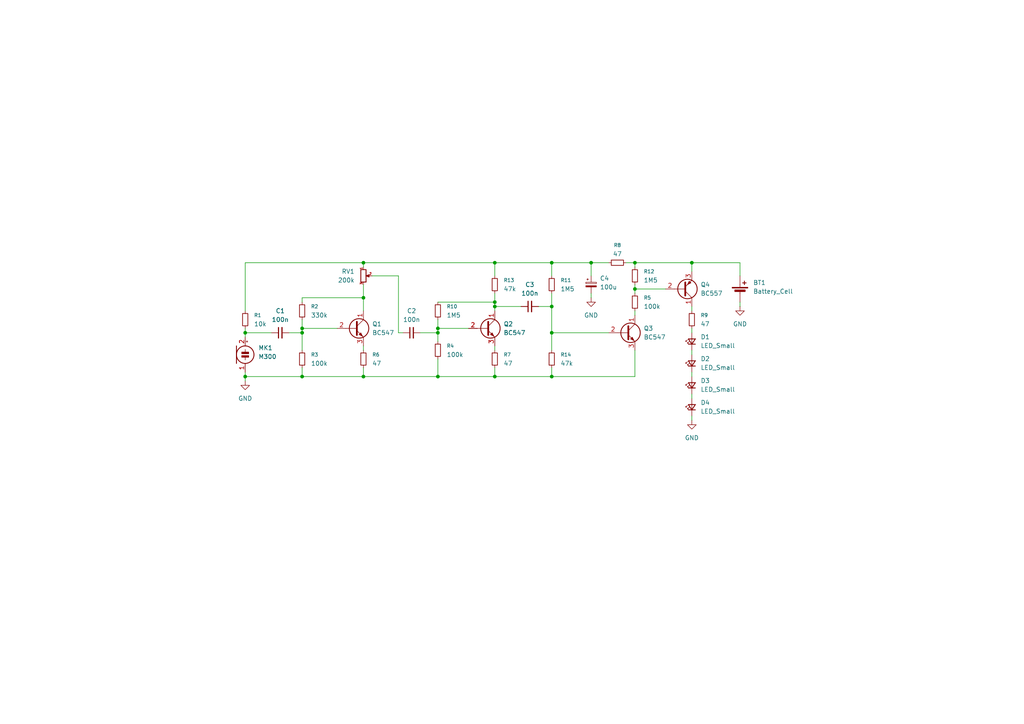
<source format=kicad_sch>
(kicad_sch (version 20250114) (generator "eeschema") (generator_version "9.0")
  (paper "A4")
  (lib_symbols
    (symbol "Device:Battery_Cell" (pin_numbers (hide yes)) (pin_names (offset 0) (hide yes))
      (property "Reference" "BT" (at 2.54 2.54 0))
      (property "Value" "Battery_Cell" (at 2.54 0 0))
      (symbol "Battery_Cell_0_1"
        (rectangle (start -2.286 1.778) (end 2.286 1.524) (fill (type outline)))
        (rectangle (start -1.524 1.016) (end 1.524 0.508) (fill (type outline)))
        (polyline (pts (xy 0 1.778) (xy 0 2.54)))
        (polyline (pts (xy 0 0.762) (xy 0 0)))
        (polyline (pts (xy 0.762 3.048) (xy 1.778 3.048)) (stroke (width 0.254)))
        (polyline (pts (xy 1.27 3.556) (xy 1.27 2.54)) (stroke (width 0.254)))
      )
      (symbol "Battery_Cell_1_1"
        (pin passive line (at 0 5.08 270) (length 2.54) (name "+") (number "1"))
        (pin passive line (at 0 -2.54 90) (length 2.54) (name "-") (number "2"))
      )
    )
    (symbol "Device:C_Polarized_Small" (pin_numbers (hide yes)) (pin_names (offset 0.254) (hide yes))
      (property "Reference" "C" (at 0.254 1.778 0))
      (property "Value" "C_Polarized_Small" (at 0.254 -2.032 0))
      (symbol "C_Polarized_Small_0_1"
        (rectangle (start -1.524 0.6858) (end 1.524 0.3048))
        (rectangle (start -1.524 -0.3048) (end 1.524 -0.6858) (fill (type outline)))
        (polyline (pts (xy -1.27 1.524) (xy -0.762 1.524)))
        (polyline (pts (xy -1.016 1.27) (xy -1.016 1.778)))
      )
      (symbol "C_Polarized_Small_1_1"
        (pin passive line (at 0 2.54 270) (length 1.8542) (name "~") (number "1"))
        (pin passive line (at 0 -2.54 90) (length 1.8542) (name "~") (number "2"))
      )
    )
    (symbol "Device:C_Small" (pin_numbers (hide yes)) (pin_names (offset 0.254) (hide yes))
      (property "Reference" "C" (at 0.254 1.778 0))
      (property "Value" "C_Small" (at 0.254 -2.032 0))
      (symbol "C_Small_0_1"
        (polyline (pts (xy -1.524 0.508) (xy 1.524 0.508)) (stroke (width 0.3048)))
        (polyline (pts (xy -1.524 -0.508) (xy 1.524 -0.508)) (stroke (width 0.3302)))
      )
      (symbol "C_Small_1_1"
        (pin passive line (at 0 2.54 270) (length 2.032) (name "~") (number "1"))
        (pin passive line (at 0 -2.54 90) (length 2.032) (name "~") (number "2"))
      )
    )
    (symbol "Device:LED_Small" (pin_numbers (hide yes)) (pin_names (offset 0.254) (hide yes))
      (property "Reference" "D" (at -1.27 3.175 0))
      (property "Value" "LED_Small" (at -4.445 -2.54 0))
      (symbol "LED_Small_0_1"
        (polyline (pts (xy -0.762 -1.016) (xy -0.762 1.016)) (stroke (width 0.254)))
        (polyline (pts (xy 0 0.762) (xy -0.508 1.27) (xy -0.254 1.27) (xy -0.508 1.27) (xy -0.508 1.016)))
        (polyline (pts (xy 0.508 1.27) (xy 0 1.778) (xy 0.254 1.778) (xy 0 1.778) (xy 0 1.524)))
        (polyline (pts (xy 0.762 -1.016) (xy -0.762 0) (xy 0.762 1.016) (xy 0.762 -1.016)) (stroke (width 0.254)))
        (polyline (pts (xy 1.016 0) (xy -0.762 0)))
      )
      (symbol "LED_Small_1_1"
        (pin passive line (at -2.54 0 0) (length 1.778) (name "K") (number "1"))
        (pin passive line (at 2.54 0 180) (length 1.778) (name "A") (number "2"))
      )
    )
    (symbol "Device:Microphone_Condenser" (pin_names (offset 0.0254) (hide yes))
      (property "Reference" "MK" (at -3.302 1.27 0))
      (property "Value" "Microphone_Condenser" (at -3.302 -0.635 0))
      (symbol "Microphone_Condenser_0_1"
        (polyline (pts (xy -2.54 2.54) (xy -2.54 -2.54)) (stroke (width 0.254)))
        (polyline (pts (xy 0 0.762) (xy 0 1.524)))
        (circle (center 0 0) (radius 2.54) (stroke (width 0.254)))
        (polyline (pts (xy 0 -0.762) (xy 0 -1.524)))
        (polyline (pts (xy 0.254 3.81) (xy 0.762 3.81)))
        (polyline (pts (xy 0.508 4.064) (xy 0.508 3.556)))
        (rectangle (start 1.016 0.762) (end -1.016 0.254) (fill (type outline)))
        (rectangle (start 1.016 -0.254) (end -1.016 -0.762) (fill (type outline)))
      )
      (symbol "Microphone_Condenser_1_1"
        (pin passive line (at 0 5.08 270) (length 2.54) (name "+") (number "2"))
        (pin passive line (at 0 -5.08 90) (length 2.54) (name "-") (number "1"))
      )
    )
    (symbol "Device:R_Potentiometer_Small" (pin_names (offset 1.016) (hide yes))
      (property "Reference" "RV" (at -4.445 0 90))
      (property "Value" "R_Potentiometer_Small" (at -2.54 0 90))
      (symbol "R_Potentiometer_Small_0_1"
        (rectangle (start 0.762 1.8034) (end -0.762 -1.8034) (stroke (width 0.254)))
        (polyline (pts (xy 0.889 0) (xy 0.635 0) (xy 1.651 0.381) (xy 1.651 -0.381) (xy 0.635 0) (xy 0.889 0)) (fill (type outline)))
      )
      (symbol "R_Potentiometer_Small_1_1"
        (pin passive line (at 0 2.54 270) (length 0.635) (name "1") (number "1"))
        (pin passive line (at 0 -2.54 90) (length 0.635) (name "3") (number "3"))
        (pin passive line (at 2.54 0 180) (length 0.9906) (name "2") (number "2"))
      )
    )
    (symbol "Device:R_Small" (pin_numbers (hide yes)) (pin_names (offset 0.254) (hide yes))
      (property "Reference" "R" (at 0 0 90))
      (property "Value" "R_Small" (at 1.778 0 90))
      (symbol "R_Small_0_1"
        (rectangle (start -0.762 1.778) (end 0.762 -1.778) (stroke (width 0.2032)))
      )
      (symbol "R_Small_1_1"
        (pin passive line (at 0 2.54 270) (length 0.762) (name "~") (number "1"))
        (pin passive line (at 0 -2.54 90) (length 0.762) (name "~") (number "2"))
      )
    )
    (symbol "Transistor_BJT:BC547" (pin_names (offset 0) (hide yes))
      (property "Reference" "Q" (at 5.08 1.905 0))
      (property "Value" "BC547" (at 5.08 0 0))
      (symbol "BC547_0_1"
        (polyline (pts (xy -2.54 0) (xy 0.635 0)))
        (polyline (pts (xy 0.635 1.905) (xy 0.635 -1.905)) (stroke (width 0.508)))
        (circle (center 1.27 0) (radius 2.8194) (stroke (width 0.254)))
      )
      (symbol "BC547_1_1"
        (polyline (pts (xy 0.635 0.635) (xy 2.54 2.54)))
        (polyline (pts (xy 0.635 -0.635) (xy 2.54 -2.54)))
        (polyline (pts (xy 1.27 -1.778) (xy 1.778 -1.27) (xy 2.286 -2.286) (xy 1.27 -1.778)) (fill (type outline)))
        (pin input line (at -5.08 0 0) (length 2.54) (name "B") (number "2"))
        (pin passive line (at 2.54 5.08 270) (length 2.54) (name "C") (number "1"))
        (pin passive line (at 2.54 -5.08 90) (length 2.54) (name "E") (number "3"))
      )
    )
    (symbol "Transistor_BJT:BC557" (pin_names (offset 0) (hide yes))
      (property "Reference" "Q" (at 5.08 1.905 0))
      (property "Value" "BC557" (at 5.08 0 0))
      (symbol "BC557_0_1"
        (polyline (pts (xy -2.54 0) (xy 0.635 0)))
        (polyline (pts (xy 0.635 1.905) (xy 0.635 -1.905)) (stroke (width 0.508)))
        (polyline (pts (xy 0.635 0.635) (xy 2.54 2.54)))
        (polyline (pts (xy 0.635 -0.635) (xy 2.54 -2.54)))
        (circle (center 1.27 0) (radius 2.8194) (stroke (width 0.254)))
        (polyline (pts (xy 2.286 -1.778) (xy 1.778 -2.286) (xy 1.27 -1.27) (xy 2.286 -1.778)) (fill (type outline)))
      )
      (symbol "BC557_1_1"
        (pin input line (at -5.08 0 0) (length 2.54) (name "B") (number "2"))
        (pin passive line (at 2.54 5.08 270) (length 2.54) (name "C") (number "1"))
        (pin passive line (at 2.54 -5.08 90) (length 2.54) (name "E") (number "3"))
      )
    )
    (symbol "power:GND" (power) (pin_numbers (hide yes)) (pin_names (offset 0) (hide yes))
      (property "Value" "GND" (at 0 -3.81 0))
      (symbol "GND_0_1"
        (polyline (pts (xy 0 0) (xy 0 -1.27) (xy 1.27 -1.27) (xy 0 -2.54) (xy -1.27 -1.27) (xy 0 -1.27)))
      )
      (symbol "GND_1_1"
        (pin power_in line (at 0 0 270) (length 0) (name "~") (number "1"))
      )
    )
  )
  (junction (at 160.02 76.2))
  (junction (at 127 109.22))
  (junction (at 105.41 86.36))
  (junction (at 105.41 76.2))
  (junction (at 184.15 76.2))
  (junction (at 127 95.25))
  (junction (at 143.51 87.63))
  (junction (at 143.51 88.9))
  (junction (at 71.12 96.52))
  (junction (at 171.45 76.2))
  (junction (at 87.63 95.25))
  (junction (at 160.02 109.22))
  (junction (at 127 96.52))
  (junction (at 160.02 96.52))
  (junction (at 105.41 109.22))
  (junction (at 71.12 109.22))
  (junction (at 200.66 76.2))
  (junction (at 184.15 83.82))
  (junction (at 87.63 96.52))
  (junction (at 87.63 109.22))
  (junction (at 160.02 88.9))
  (junction (at 143.51 109.22))
  (junction (at 143.51 76.2))
  (wire (pts (xy 71.12 76.2) (xy 71.12 90.17)))
  (wire (pts (xy 87.63 87.63) (xy 87.63 86.36)))
  (wire (pts (xy 200.66 101.6) (xy 200.66 102.87)))
  (wire (pts (xy 184.15 90.17) (xy 184.15 91.44)))
  (wire (pts (xy 121.92 96.52) (xy 127 96.52)))
  (wire (pts (xy 105.41 106.68) (xy 105.41 109.22)))
  (wire (pts (xy 184.15 76.2) (xy 200.66 76.2)))
  (wire (pts (xy 71.12 109.22) (xy 87.63 109.22)))
  (wire (pts (xy 156.21 88.9) (xy 160.02 88.9)))
  (wire (pts (xy 143.51 106.68) (xy 143.51 109.22)))
  (wire (pts (xy 127 92.71) (xy 127 95.25)))
  (wire (pts (xy 78.74 96.52) (xy 71.12 96.52)))
  (wire (pts (xy 71.12 96.52) (xy 71.12 97.79)))
  (wire (pts (xy 214.63 87.63) (xy 214.63 88.9)))
  (wire (pts (xy 105.41 109.22) (xy 87.63 109.22)))
  (wire (pts (xy 200.66 114.3) (xy 200.66 115.57)))
  (wire (pts (xy 171.45 76.2) (xy 171.45 80.01)))
  (wire (pts (xy 160.02 96.52) (xy 160.02 101.6)))
  (wire (pts (xy 184.15 109.22) (xy 160.02 109.22)))
  (wire (pts (xy 160.02 76.2) (xy 171.45 76.2)))
  (wire (pts (xy 200.66 107.95) (xy 200.66 109.22)))
  (wire (pts (xy 107.95 80.01) (xy 115.57 80.01)))
  (wire (pts (xy 184.15 76.2) (xy 184.15 77.47)))
  (wire (pts (xy 127 95.25) (xy 127 96.52)))
  (wire (pts (xy 71.12 107.95) (xy 71.12 109.22)))
  (wire (pts (xy 143.51 85.09) (xy 143.51 87.63)))
  (wire (pts (xy 181.61 76.2) (xy 184.15 76.2)))
  (wire (pts (xy 160.02 88.9) (xy 160.02 96.52)))
  (wire (pts (xy 87.63 92.71) (xy 87.63 95.25)))
  (wire (pts (xy 143.51 87.63) (xy 143.51 88.9)))
  (wire (pts (xy 160.02 80.01) (xy 160.02 76.2)))
  (wire (pts (xy 71.12 76.2) (xy 105.41 76.2)))
  (wire (pts (xy 105.41 76.2) (xy 105.41 77.47)))
  (wire (pts (xy 200.66 120.65) (xy 200.66 121.92)))
  (wire (pts (xy 115.57 80.01) (xy 115.57 96.52)))
  (wire (pts (xy 184.15 83.82) (xy 193.04 83.82)))
  (wire (pts (xy 71.12 109.22) (xy 71.12 110.49)))
  (wire (pts (xy 83.82 96.52) (xy 87.63 96.52)))
  (wire (pts (xy 184.15 82.55) (xy 184.15 83.82)))
  (wire (pts (xy 160.02 88.9) (xy 160.02 85.09)))
  (wire (pts (xy 143.51 80.01) (xy 143.51 76.2)))
  (wire (pts (xy 87.63 86.36) (xy 105.41 86.36)))
  (wire (pts (xy 184.15 101.6) (xy 184.15 109.22)))
  (wire (pts (xy 143.51 76.2) (xy 105.41 76.2)))
  (wire (pts (xy 127 87.63) (xy 143.51 87.63)))
  (wire (pts (xy 143.51 88.9) (xy 151.13 88.9)))
  (wire (pts (xy 87.63 95.25) (xy 97.79 95.25)))
  (wire (pts (xy 87.63 95.25) (xy 87.63 96.52)))
  (wire (pts (xy 160.02 76.2) (xy 143.51 76.2)))
  (wire (pts (xy 87.63 106.68) (xy 87.63 109.22)))
  (wire (pts (xy 200.66 78.74) (xy 200.66 76.2)))
  (wire (pts (xy 127 96.52) (xy 127 99.06)))
  (wire (pts (xy 171.45 85.09) (xy 171.45 86.36)))
  (wire (pts (xy 200.66 88.9) (xy 200.66 90.17)))
  (wire (pts (xy 143.51 100.33) (xy 143.51 101.6)))
  (wire (pts (xy 71.12 95.25) (xy 71.12 96.52)))
  (wire (pts (xy 87.63 96.52) (xy 87.63 101.6)))
  (wire (pts (xy 184.15 83.82) (xy 184.15 85.09)))
  (wire (pts (xy 105.41 109.22) (xy 127 109.22)))
  (wire (pts (xy 200.66 95.25) (xy 200.66 96.52)))
  (wire (pts (xy 143.51 109.22) (xy 127 109.22)))
  (wire (pts (xy 105.41 100.33) (xy 105.41 101.6)))
  (wire (pts (xy 160.02 96.52) (xy 176.53 96.52)))
  (wire (pts (xy 160.02 106.68) (xy 160.02 109.22)))
  (wire (pts (xy 105.41 86.36) (xy 105.41 90.17)))
  (wire (pts (xy 214.63 80.01) (xy 214.63 76.2)))
  (wire (pts (xy 214.63 76.2) (xy 200.66 76.2)))
  (wire (pts (xy 127 95.25) (xy 135.89 95.25)))
  (wire (pts (xy 171.45 76.2) (xy 176.53 76.2)))
  (wire (pts (xy 127 104.14) (xy 127 109.22)))
  (wire (pts (xy 143.51 88.9) (xy 143.51 90.17)))
  (wire (pts (xy 160.02 109.22) (xy 143.51 109.22)))
  (wire (pts (xy 115.57 96.52) (xy 116.84 96.52)))
  (wire (pts (xy 105.41 82.55) (xy 105.41 86.36)))
  (symbol (lib_id "Device:R_Small") (at 143.51 82.55 0) (unit 1)
    (property "Reference" "R13" (at 146.05 81.2799 0) (effects (font (size 1.016 1.016)) (justify left)))
    (property "Value" "47k" (at 146.05 83.8199 0) (effects (justify left)))
    (property "Footprint" "Resistor_SMD:R_0805_2012Metric_Pad1.20x1.40mm_HandSolder" (effects (hide yes)))
    (property "Description" "Resistor, small symbol" (effects (hide yes)))
  )
  (symbol (lib_id "Device:LED_Small") (at 200.66 118.11 90) (unit 1)
    (property "Reference" "D4" (at 203.2 116.7764 90) (effects (justify right)))
    (property "Value" "LED_Small" (at 203.2 119.3164 90) (effects (justify right)))
    (property "Footprint" "LED_THT:LED_D5.0mm" (effects (hide yes)))
    (property "Description" "Light emitting diode, small symbol" (effects (hide yes)))
    (property "Sim.Pin" "1=K 2=A" (effects (hide yes)))
  )
  (symbol (lib_id "power:GND") (at 200.66 121.92 0) (unit 1)
    (property "Reference" "#PWR03" (effects (hide yes)))
    (property "Value" "GND" (at 200.66 127 0))
    (property "Description" "Power symbol creates a global label with name \"GND\" , ground" (effects (hide yes)))
  )
  (symbol (lib_id "Transistor_BJT:BC547") (at 140.97 95.25 0) (unit 1)
    (property "Reference" "Q2" (at 146.05 93.9799 0) (effects (justify left)))
    (property "Value" "BC547" (at 146.05 96.5199 0) (effects (justify left)))
    (property "Footprint" "Package_TO_SOT_THT:TO-92_Inline" (effects (hide yes)))
    (property "Datasheet" "https://www.onsemi.com/pub/Collateral/BC550-D.pdf" (effects (hide yes)))
    (property "Description" "0.1A Ic, 45V Vce, Small Signal NPN Transistor, TO-92" (effects (hide yes)))
  )
  (symbol (lib_id "Device:R_Small") (at 184.15 80.01 0) (unit 1)
    (property "Reference" "R12" (at 186.69 78.7399 0) (effects (font (size 1.016 1.016)) (justify left)))
    (property "Value" "1M5" (at 186.69 81.2799 0) (effects (justify left)))
    (property "Footprint" "Resistor_SMD:R_0805_2012Metric_Pad1.20x1.40mm_HandSolder" (effects (hide yes)))
    (property "Description" "Resistor, small symbol" (effects (hide yes)))
  )
  (symbol (lib_id "Device:R_Small") (at 143.51 104.14 0) (unit 1)
    (property "Reference" "R7" (at 146.05 102.8699 0) (effects (font (size 1.016 1.016)) (justify left)))
    (property "Value" "47" (at 146.05 105.4099 0) (effects (justify left)))
    (property "Footprint" "Resistor_SMD:R_0805_2012Metric_Pad1.20x1.40mm_HandSolder" (effects (hide yes)))
    (property "Description" "Resistor, small symbol" (effects (hide yes)))
  )
  (symbol (lib_id "Device:Microphone_Condenser") (at 71.12 102.87 0) (unit 1)
    (property "Reference" "MK1" (at 74.93 100.9014 0) (effects (justify left)))
    (property "Value" "M300" (at 74.93 103.4414 0) (effects (justify left)))
    (property "Footprint" "TerminalBlock:TerminalBlock_MaiXu_MX126-5.0-02P_1x02_P5.00mm" (effects (hide yes)))
    (property "Description" "Condenser microphone" (effects (hide yes)))
  )
  (symbol (lib_id "power:GND") (at 214.63 88.9 0) (unit 1)
    (property "Reference" "#PWR04" (effects (hide yes)))
    (property "Value" "GND" (at 214.63 93.98 0))
    (property "Description" "Power symbol creates a global label with name \"GND\" , ground" (effects (hide yes)))
  )
  (symbol (lib_id "power:GND") (at 171.45 86.36 0) (unit 1)
    (property "Reference" "#PWR01" (effects (hide yes)))
    (property "Value" "GND" (at 171.45 91.44 0))
    (property "Description" "Power symbol creates a global label with name \"GND\" , ground" (effects (hide yes)))
  )
  (symbol (lib_id "Device:LED_Small") (at 200.66 99.06 90) (unit 1)
    (property "Reference" "D1" (at 203.2 97.7264 90) (effects (justify right)))
    (property "Value" "LED_Small" (at 203.2 100.2664 90) (effects (justify right)))
    (property "Footprint" "LED_THT:LED_D5.0mm" (effects (hide yes)))
    (property "Description" "Light emitting diode, small symbol" (effects (hide yes)))
    (property "Sim.Pin" "1=K 2=A" (effects (hide yes)))
  )
  (symbol (lib_id "Device:R_Small") (at 160.02 104.14 0) (unit 1)
    (property "Reference" "R14" (at 162.56 102.8699 0) (effects (font (size 1.016 1.016)) (justify left)))
    (property "Value" "47k" (at 162.56 105.4099 0) (effects (justify left)))
    (property "Footprint" "Resistor_SMD:R_0805_2012Metric_Pad1.20x1.40mm_HandSolder" (effects (hide yes)))
    (property "Description" "Resistor, small symbol" (effects (hide yes)))
  )
  (symbol (lib_id "Device:R_Small") (at 179.07 76.2 90) (unit 1)
    (property "Reference" "R8" (at 179.07 71.12 90) (effects (font (size 1.016 1.016))))
    (property "Value" "47" (at 179.07 73.66 90))
    (property "Footprint" "Resistor_SMD:R_0805_2012Metric_Pad1.20x1.40mm_HandSolder" (effects (hide yes)))
    (property "Description" "Resistor, small symbol" (effects (hide yes)))
  )
  (symbol (lib_id "Transistor_BJT:BC547") (at 181.61 96.52 0) (unit 1)
    (property "Reference" "Q3" (at 186.69 95.2499 0) (effects (justify left)))
    (property "Value" "BC547" (at 186.69 97.7899 0) (effects (justify left)))
    (property "Footprint" "Package_TO_SOT_THT:TO-92_Inline" (effects (hide yes)))
    (property "Datasheet" "https://www.onsemi.com/pub/Collateral/BC550-D.pdf" (effects (hide yes)))
    (property "Description" "0.1A Ic, 45V Vce, Small Signal NPN Transistor, TO-92" (effects (hide yes)))
  )
  (symbol (lib_id "Device:C_Polarized_Small") (at 171.45 82.55 0) (unit 1)
    (property "Reference" "C4" (at 173.99 80.7338 0) (effects (justify left)))
    (property "Value" "100u" (at 173.99 83.2738 0) (effects (justify left)))
    (property "Footprint" "Capacitor_THT:CP_Radial_D5.0mm_P2.00mm" (effects (hide yes)))
    (property "Description" "Polarized capacitor, small symbol" (effects (hide yes)))
  )
  (symbol (lib_id "Device:C_Small") (at 119.38 96.52 90) (unit 1)
    (property "Reference" "C2" (at 119.3863 90.17 90))
    (property "Value" "100n" (at 119.3863 92.71 90))
    (property "Footprint" "Capacitor_SMD:C_0805_2012Metric_Pad1.18x1.45mm_HandSolder" (effects (hide yes)))
    (property "Description" "Unpolarized capacitor, small symbol" (effects (hide yes)))
  )
  (symbol (lib_id "Device:C_Small") (at 81.28 96.52 90) (unit 1)
    (property "Reference" "C1" (at 81.2863 90.17 90))
    (property "Value" "100n" (at 81.2863 92.71 90))
    (property "Footprint" "Capacitor_SMD:C_0805_2012Metric_Pad1.18x1.45mm_HandSolder" (effects (hide yes)))
    (property "Description" "Unpolarized capacitor, small symbol" (effects (hide yes)))
  )
  (symbol (lib_id "Device:R_Small") (at 105.41 104.14 0) (unit 1)
    (property "Reference" "R6" (at 107.95 102.8699 0) (effects (font (size 1.016 1.016)) (justify left)))
    (property "Value" "47" (at 107.95 105.4099 0) (effects (justify left)))
    (property "Footprint" "Resistor_SMD:R_0805_2012Metric_Pad1.20x1.40mm_HandSolder" (effects (hide yes)))
    (property "Description" "Resistor, small symbol" (effects (hide yes)))
  )
  (symbol (lib_id "Device:R_Small") (at 87.63 90.17 0) (unit 1)
    (property "Reference" "R2" (at 90.17 88.8999 0) (effects (font (size 1.016 1.016)) (justify left)))
    (property "Value" "330k" (at 90.17 91.4399 0) (effects (justify left)))
    (property "Footprint" "Resistor_SMD:R_0805_2012Metric_Pad1.20x1.40mm_HandSolder" (effects (hide yes)))
    (property "Description" "Resistor, small symbol" (effects (hide yes)))
  )
  (symbol (lib_id "Device:R_Small") (at 160.02 82.55 0) (unit 1)
    (property "Reference" "R11" (at 162.56 81.2799 0) (effects (font (size 1.016 1.016)) (justify left)))
    (property "Value" "1M5" (at 162.56 83.8199 0) (effects (justify left)))
    (property "Footprint" "Resistor_SMD:R_0805_2012Metric_Pad1.20x1.40mm_HandSolder" (effects (hide yes)))
    (property "Description" "Resistor, small symbol" (effects (hide yes)))
  )
  (symbol (lib_id "Device:R_Small") (at 184.15 87.63 0) (unit 1)
    (property "Reference" "R5" (at 186.69 86.3599 0) (effects (font (size 1.016 1.016)) (justify left)))
    (property "Value" "100k" (at 186.69 88.8999 0) (effects (justify left)))
    (property "Footprint" "Resistor_SMD:R_0805_2012Metric_Pad1.20x1.40mm_HandSolder" (effects (hide yes)))
    (property "Description" "Resistor, small symbol" (effects (hide yes)))
  )
  (symbol (lib_id "Device:R_Small") (at 71.12 92.71 0) (unit 1)
    (property "Reference" "R1" (at 73.66 91.4399 0) (effects (font (size 1.016 1.016)) (justify left)))
    (property "Value" "10k" (at 73.66 93.9799 0) (effects (justify left)))
    (property "Footprint" "Resistor_SMD:R_0805_2012Metric_Pad1.20x1.40mm_HandSolder" (effects (hide yes)))
    (property "Description" "Resistor, small symbol" (effects (hide yes)))
  )
  (symbol (lib_id "Device:R_Small") (at 127 101.6 0) (unit 1)
    (property "Reference" "R4" (at 129.54 100.3299 0) (effects (font (size 1.016 1.016)) (justify left)))
    (property "Value" "100k" (at 129.54 102.8699 0) (effects (justify left)))
    (property "Footprint" "Resistor_SMD:R_0805_2012Metric_Pad1.20x1.40mm_HandSolder" (effects (hide yes)))
    (property "Description" "Resistor, small symbol" (effects (hide yes)))
  )
  (symbol (lib_id "Device:R_Small") (at 87.63 104.14 0) (unit 1)
    (property "Reference" "R3" (at 90.17 102.8699 0) (effects (font (size 1.016 1.016)) (justify left)))
    (property "Value" "100k" (at 90.17 105.4099 0) (effects (justify left)))
    (property "Footprint" "Resistor_SMD:R_0805_2012Metric_Pad1.20x1.40mm_HandSolder" (effects (hide yes)))
    (property "Description" "Resistor, small symbol" (effects (hide yes)))
  )
  (symbol (lib_id "Device:Battery_Cell") (at 214.63 85.09 0) (unit 1)
    (property "Reference" "BT1" (at 218.44 81.9784 0) (effects (justify left)))
    (property "Value" "Battery_Cell" (at 218.44 84.5184 0) (effects (justify left)))
    (property "Footprint" "TerminalBlock:TerminalBlock_MaiXu_MX126-5.0-02P_1x02_P5.00mm" (effects (hide yes)))
    (property "Description" "Single-cell battery" (effects (hide yes)))
  )
  (symbol (lib_id "Device:C_Small") (at 153.67 88.9 90) (unit 1)
    (property "Reference" "C3" (at 153.6763 82.55 90))
    (property "Value" "100n" (at 153.6763 85.09 90))
    (property "Footprint" "Capacitor_SMD:C_0805_2012Metric_Pad1.18x1.45mm_HandSolder" (effects (hide yes)))
    (property "Description" "Unpolarized capacitor, small symbol" (effects (hide yes)))
  )
  (symbol (lib_id "Device:LED_Small") (at 200.66 111.76 90) (unit 1)
    (property "Reference" "D3" (at 203.2 110.4264 90) (effects (justify right)))
    (property "Value" "LED_Small" (at 203.2 112.9664 90) (effects (justify right)))
    (property "Footprint" "LED_THT:LED_D5.0mm" (effects (hide yes)))
    (property "Description" "Light emitting diode, small symbol" (effects (hide yes)))
    (property "Sim.Pin" "1=K 2=A" (effects (hide yes)))
  )
  (symbol (lib_id "Device:R_Potentiometer_Small") (at 105.41 80.01 0) (unit 1)
    (property "Reference" "RV1" (at 102.87 78.7399 0) (effects (justify right)))
    (property "Value" "200k" (at 102.87 81.2799 0) (effects (justify right)))
    (property "Footprint" "Potentiometer_THT:Potentiometer_Piher_PC-16_Single_Horizontal" (effects (hide yes)))
    (property "Description" "Potentiometer" (effects (hide yes)))
  )
  (symbol (lib_id "Device:R_Small") (at 200.66 92.71 0) (unit 1)
    (property "Reference" "R9" (at 203.2 91.4399 0) (effects (font (size 1.016 1.016)) (justify left)))
    (property "Value" "47" (at 203.2 93.9799 0) (effects (justify left)))
    (property "Footprint" "Resistor_SMD:R_0805_2012Metric_Pad1.20x1.40mm_HandSolder" (effects (hide yes)))
    (property "Description" "Resistor, small symbol" (effects (hide yes)))
  )
  (symbol (lib_id "Transistor_BJT:BC547") (at 102.87 95.25 0) (unit 1)
    (property "Reference" "Q1" (at 107.95 93.9799 0) (effects (justify left)))
    (property "Value" "BC547" (at 107.95 96.5199 0) (effects (justify left)))
    (property "Footprint" "Package_TO_SOT_THT:TO-92_Inline" (effects (hide yes)))
    (property "Datasheet" "https://www.onsemi.com/pub/Collateral/BC550-D.pdf" (effects (hide yes)))
    (property "Description" "0.1A Ic, 45V Vce, Small Signal NPN Transistor, TO-92" (effects (hide yes)))
  )
  (symbol (lib_id "Device:LED_Small") (at 200.66 105.41 90) (unit 1)
    (property "Reference" "D2" (at 203.2 104.0764 90) (effects (justify right)))
    (property "Value" "LED_Small" (at 203.2 106.6164 90) (effects (justify right)))
    (property "Footprint" "LED_THT:LED_D5.0mm" (effects (hide yes)))
    (property "Description" "Light emitting diode, small symbol" (effects (hide yes)))
    (property "Sim.Pin" "1=K 2=A" (effects (hide yes)))
  )
  (symbol (lib_id "Device:R_Small") (at 127 90.17 0) (unit 1)
    (property "Reference" "R10" (at 129.54 88.8999 0) (effects (font (size 1.016 1.016)) (justify left)))
    (property "Value" "1M5" (at 129.54 91.4399 0) (effects (justify left)))
    (property "Footprint" "Resistor_SMD:R_0805_2012Metric_Pad1.20x1.40mm_HandSolder" (effects (hide yes)))
    (property "Description" "Resistor, small symbol" (effects (hide yes)))
  )
  (symbol (lib_id "power:GND") (at 71.12 110.49 0) (unit 1)
    (property "Reference" "#PWR02" (effects (hide yes)))
    (property "Value" "GND" (at 71.12 115.57 0))
    (property "Description" "Power symbol creates a global label with name \"GND\" , ground" (effects (hide yes)))
  )
  (symbol (lib_id "Transistor_BJT:BC557") (at 198.12 83.82 0) (mirror x) (unit 1)
    (property "Reference" "Q4" (at 203.2 82.5499 0) (effects (justify left)))
    (property "Value" "BC557" (at 203.2 85.0899 0) (effects (justify left)))
    (property "Footprint" "Package_TO_SOT_THT:TO-92_Inline" (effects (hide yes)))
    (property "Datasheet" "https://www.onsemi.com/pub/Collateral/BC556BTA-D.pdf" (effects (hide yes)))
    (property "Description" "0.1A Ic, 45V Vce, PNP Small Signal Transistor, TO-92" (effects (hide yes)))
  )
)
</source>
